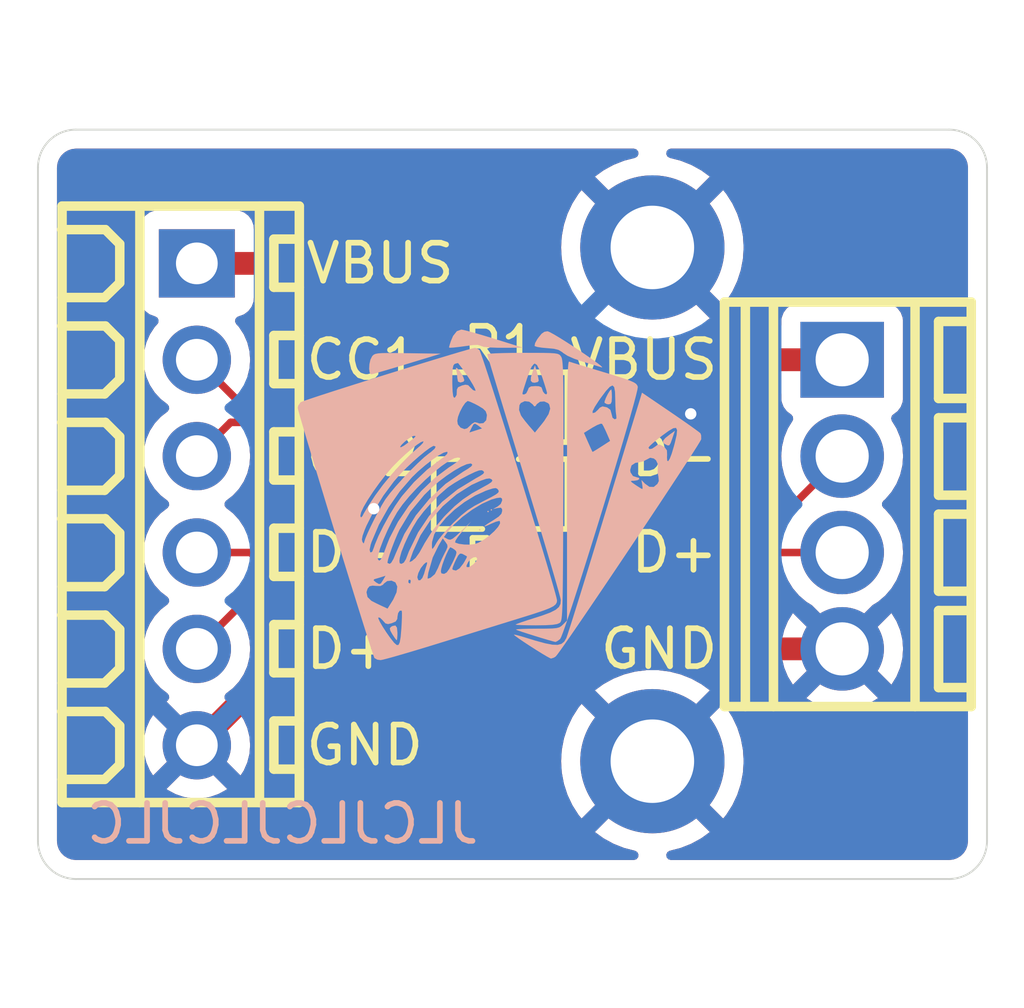
<source format=kicad_pcb>
(kicad_pcb (version 20240108) (generator "pcbnew") (generator_version "8.0")
  (layers (0 "F.Cu" signal) (31 "B.Cu" signal) (34 "B.Paste" user) (35 "F.Paste" user) (36 "B.SilkS" user "B.Silkscreen") (37 "F.SilkS" user "F.Silkscreen") (38 "B.Mask" user) (39 "F.Mask" user) (44 "Edge.Cuts" user))
  (net 0 "")
  (net 1 "USB_DATA-")
  (net 2 "GND")
  (net 3 "+5V")
  (net 4 "USB_DATA+")
  (net 5 "Net-(R1-Pad2)")
  (net 6 "Net-(R2-Pad2)")
  (footprint "easyeda:CONN-TH_6P-P2.54_MX128-2.54-6P" (layer "F.Cu") (at 125.739737 54.884437 -90)
    (property "Reference" "U1" (hide yes))
    (property "Value" "MX128-2.54-GN01-06P-CU-Y-A")
    (fp_line (start -7.24 3.56) (end -7.24 2.41) (stroke (width 0.25)) (layer "F.SilkS"))
    (fp_line (start -4.7 3.56) (end -4.7 2.41) (stroke (width 0.25)) (layer "F.SilkS"))
    (fp_line (start -2.16 3.56) (end -2.16 2.41) (stroke (width 0.25)) (layer "F.SilkS"))
    (fp_line (start 0.38 3.56) (end 0.38 2.41) (stroke (width 0.25)) (layer "F.SilkS"))
    (fp_line (start 2.92 3.56) (end 2.92 2.41) (stroke (width 0.25)) (layer "F.SilkS"))
    (fp_line (start 5.46 3.56) (end 5.46 2.41) (stroke (width 0.25)) (layer "F.SilkS"))
    (fp_line (start -7.86 3.55) (end 7.86 3.55) (stroke (width 0.25)) (layer "F.SilkS"))
    (fp_line (start -5.45 2.43) (end -5.45 3.55) (stroke (width 0.25)) (layer "F.SilkS"))
    (fp_line (start -2.91 2.43) (end -2.91 3.55) (stroke (width 0.25)) (layer "F.SilkS"))
    (fp_line (start -0.37 2.43) (end -0.37 3.55) (stroke (width 0.25)) (layer "F.SilkS"))
    (fp_line (start 2.17 2.43) (end 2.17 3.55) (stroke (width 0.25)) (layer "F.SilkS"))
    (fp_line (start 4.71 2.43) (end 4.71 3.55) (stroke (width 0.25)) (layer "F.SilkS"))
    (fp_line (start 7.25 2.43) (end 7.25 3.55) (stroke (width 0.25)) (layer "F.SilkS"))
    (fp_line (start -7.24 2.41) (end -6.86 2.03) (stroke (width 0.25)) (layer "F.SilkS"))
    (fp_line (start -4.7 2.41) (end -4.32 2.03) (stroke (width 0.25)) (layer "F.SilkS"))
    (fp_line (start -2.16 2.41) (end -1.78 2.03) (stroke (width 0.25)) (layer "F.SilkS"))
    (fp_line (start 0.38 2.41) (end 0.76 2.03) (stroke (width 0.25)) (layer "F.SilkS"))
    (fp_line (start 2.92 2.41) (end 3.3 2.03) (stroke (width 0.25)) (layer "F.SilkS"))
    (fp_line (start 5.46 2.41) (end 5.84 2.03) (stroke (width 0.25)) (layer "F.SilkS"))
    (fp_line (start -6.86 2.03) (end -5.84 2.03) (stroke (width 0.25)) (layer "F.SilkS"))
    (fp_line (start -5.84 2.03) (end -5.45 2.43) (stroke (width 0.25)) (layer "F.SilkS"))
    (fp_line (start -4.32 2.03) (end -3.3 2.03) (stroke (width 0.25)) (layer "F.SilkS"))
    (fp_line (start -3.3 2.03) (end -2.91 2.43) (stroke (width 0.25)) (layer "F.SilkS"))
    (fp_line (start -1.78 2.03) (end -0.76 2.03) (stroke (width 0.25)) (layer "F.SilkS"))
    (fp_line (start -0.76 2.03) (end -0.37 2.43) (stroke (width 0.25)) (layer "F.SilkS"))
    (fp_line (start 0.76 2.03) (end 1.78 2.03) (stroke (width 0.25)) (layer "F.SilkS"))
    (fp_line (start 1.78 2.03) (end 2.17 2.43) (stroke (width 0.25)) (layer "F.SilkS"))
    (fp_line (start 3.3 2.03) (end 4.32 2.03) (stroke (width 0.25)) (layer "F.SilkS"))
    (fp_line (start 4.32 2.03) (end 4.71 2.43) (stroke (width 0.25)) (layer "F.SilkS"))
    (fp_line (start 5.84 2.03) (end 6.86 2.03) (stroke (width 0.25)) (layer "F.SilkS"))
    (fp_line (start 6.86 2.03) (end 7.25 2.43) (stroke (width 0.25)) (layer "F.SilkS"))
    (fp_line (start -7.86 1.5) (end 7.86 1.5) (stroke (width 0.25)) (layer "F.SilkS"))
    (fp_line (start -7.86 -1.65) (end 7.86 -1.65) (stroke (width 0.25)) (layer "F.SilkS"))
    (fp_line (start -6.99 -2.03) (end -5.72 -2.03) (stroke (width 0.25)) (layer "F.SilkS"))
    (fp_line (start -5.72 -2.03) (end -5.72 -2.7) (stroke (width 0.25)) (layer "F.SilkS"))
    (fp_line (start -4.45 -2.03) (end -3.18 -2.03) (stroke (width 0.25)) (layer "F.SilkS"))
    (fp_line (start -3.18 -2.03) (end -3.18 -2.7) (stroke (width 0.25)) (layer "F.SilkS"))
    (fp_line (start -1.91 -2.03) (end -0.64 -2.03) (stroke (width 0.25)) (layer "F.SilkS"))
    (fp_line (start -0.64 -2.03) (end -0.64 -2.7) (stroke (width 0.25)) (layer "F.SilkS"))
    (fp_line (start 0.63 -2.03) (end 1.9 -2.03) (stroke (width 0.25)) (layer "F.SilkS"))
    (fp_line (start 1.9 -2.03) (end 1.9 -2.7) (stroke (width 0.25)) (layer "F.SilkS"))
    (fp_line (start 3.17 -2.03) (end 4.44 -2.03) (stroke (width 0.25)) (layer "F.SilkS"))
    (fp_line (start 4.44 -2.03) (end 4.44 -2.7) (stroke (width 0.25)) (layer "F.SilkS"))
    (fp_line (start 5.71 -2.03) (end 6.98 -2.03) (stroke (width 0.25)) (layer "F.SilkS"))
    (fp_line (start 6.98 -2.03) (end 6.98 -2.7) (stroke (width 0.25)) (layer "F.SilkS"))
    (fp_line (start -7.86 -2.7) (end -7.86 3.55) (stroke (width 0.25)) (layer "F.SilkS"))
    (fp_line (start -7.86 -2.7) (end 7.86 -2.7) (stroke (width 0.25)) (layer "F.SilkS"))
    (fp_line (start -6.99 -2.7) (end -6.99 -2.03) (stroke (width 0.25)) (layer "F.SilkS"))
    (fp_line (start -4.45 -2.7) (end -4.45 -2.03) (stroke (width 0.25)) (layer "F.SilkS"))
    (fp_line (start -1.91 -2.7) (end -1.91 -2.03) (stroke (width 0.25)) (layer "F.SilkS"))
    (fp_line (start 0.63 -2.7) (end 0.63 -2.03) (stroke (width 0.25)) (layer "F.SilkS"))
    (fp_line (start 3.17 -2.7) (end 3.17 -2.03) (stroke (width 0.25)) (layer "F.SilkS"))
    (fp_line (start 5.71 -2.7) (end 5.71 -2.03) (stroke (width 0.25)) (layer "F.SilkS"))
    (fp_line (start 7.86 -2.7) (end 7.86 3.55) (stroke (width 0.25)) (layer "F.SilkS"))
    (pad "1" thru_hole rect (at -6.35 0 270) (size 1.8 2) (drill 1.100023) (layers "*.Cu" "*.Mask") (net 3 "+5V"))
    (pad "2" thru_hole circle (at -3.81 0 270) (size 1.8 1.8) (drill 1.100023) (layers "*.Cu" "*.Mask") (net 5 "Net-(R1-Pad2)"))
    (pad "3" thru_hole circle (at -1.27 0 270) (size 1.8 1.8) (drill 1.100023) (layers "*.Cu" "*.Mask") (net 6 "Net-(R2-Pad2)"))
    (pad "4" thru_hole circle (at 1.27 0 270) (size 1.8 1.8) (drill 1.100023) (layers "*.Cu" "*.Mask") (net 1 "USB_DATA-"))
    (pad "5" thru_hole circle (at 3.81 0 270) (size 1.8 1.8) (drill 1.100023) (layers "*.Cu" "*.Mask") (net 4 "USB_DATA+"))
    (pad "6" thru_hole circle (at 6.35 0 270) (size 1.8 1.8) (drill 1.100023) (layers "*.Cu" "*.Mask") (net 2 "GND"))
  )
  (footprint "easyeda:R0805" (layer "F.Cu") (at 133.739737 52.324437 180)
    (property "Reference" "R1" (at 0 1.6 0) (layer "F.SilkS"))
    (property "Value" "5.1K")
    (fp_line (start 1.76 0.92) (end 1.76 -0.92) (stroke (width 0.15)) (layer "F.SilkS"))
    (fp_line (start 1.76 -0.92) (end 0.48 -0.92) (stroke (width 0.15)) (layer "F.SilkS"))
    (fp_line (start 0.48 0.92) (end 1.76 0.92) (stroke (width 0.15)) (layer "F.SilkS"))
    (fp_line (start -0.48 0.92) (end -1.76 0.92) (stroke (width 0.15)) (layer "F.SilkS"))
    (fp_line (start -1.76 0.92) (end -1.76 -0.92) (stroke (width 0.15)) (layer "F.SilkS"))
    (fp_line (start -1.76 -0.92) (end -0.48 -0.92) (stroke (width 0.15)) (layer "F.SilkS"))
    (pad "1" smd rect (at -1 0 180) (size 1.13 1.38) (layers "F.Cu" "F.Paste" "F.Mask") (net 2 "GND"))
    (pad "2" smd rect (at 1 0 180) (size 1.13 1.38) (layers "F.Cu" "F.Paste" "F.Mask") (net 5 "Net-(R1-Pad2)"))
  )
  (footprint "MountingHole:MountingHole_2.2mm_M2_DIN965_Pad" (layer "F.Cu") (at 137.739737 48.114437)
    (property "Reference" "H1" (hide yes))
    (property "Value" "MountingHole_Pad")
    (pad "1" thru_hole circle (at 0 0) (size 3.8 3.8) (drill 2.2) (layers "*.Cu" "*.Mask") (net 2 "GND"))
  )
  (footprint "easyeda:CONN-TH_XY308-2.54-4P" (layer "F.Cu") (at 142.739737 54.884437 -90)
    (property "Reference" "CN1" (hide yes))
    (property "Value" "XY308-2.54-4P")
    (fp_line (start 5.33 3.1) (end -5.33 3.1) (stroke (width 0.25)) (layer "F.SilkS"))
    (fp_line (start 5.33 2.55) (end -5.33 2.55) (stroke (width 0.25)) (layer "F.SilkS"))
    (fp_line (start 5.33 1.81) (end -5.33 1.81) (stroke (width 0.25)) (layer "F.SilkS"))
    (fp_line (start 5.33 -1.92) (end -5.33 -1.92) (stroke (width 0.25)) (layer "F.SilkS"))
    (fp_line (start -4.82 -2.54) (end -2.79 -2.54) (stroke (width 0.25)) (layer "F.SilkS"))
    (fp_line (start -2.79 -2.54) (end -2.79 -3.4) (stroke (width 0.25)) (layer "F.SilkS"))
    (fp_line (start -2.28 -2.54) (end -0.24 -2.54) (stroke (width 0.25)) (layer "F.SilkS"))
    (fp_line (start -0.24 -2.54) (end -0.24 -3.4) (stroke (width 0.25)) (layer "F.SilkS"))
    (fp_line (start 0.26 -2.54) (end 2.29 -2.54) (stroke (width 0.25)) (layer "F.SilkS"))
    (fp_line (start 2.29 -2.54) (end 2.29 -3.4) (stroke (width 0.25)) (layer "F.SilkS"))
    (fp_line (start 2.8 -2.54) (end 4.83 -2.54) (stroke (width 0.25)) (layer "F.SilkS"))
    (fp_line (start 4.83 -2.54) (end 4.83 -3.4) (stroke (width 0.25)) (layer "F.SilkS"))
    (fp_line (start -5.33 -3.4) (end -5.33 3.1) (stroke (width 0.25)) (layer "F.SilkS"))
    (fp_line (start -4.82 -3.4) (end -4.82 -2.54) (stroke (width 0.25)) (layer "F.SilkS"))
    (fp_line (start -2.28 -3.4) (end -2.28 -2.54) (stroke (width 0.25)) (layer "F.SilkS"))
    (fp_line (start 0.26 -3.4) (end 0.26 -2.54) (stroke (width 0.25)) (layer "F.SilkS"))
    (fp_line (start 2.8 -3.4) (end 2.8 -2.54) (stroke (width 0.25)) (layer "F.SilkS"))
    (fp_line (start 5.33 -3.4) (end 5.33 3.1) (stroke (width 0.25)) (layer "F.SilkS"))
    (fp_line (start 5.33 -3.4) (end -5.33 -3.4) (stroke (width 0.25)) (layer "F.SilkS"))
    (pad "1" thru_hole rect (at -3.81 0 270) (size 2 2.2) (drill 1.399997) (layers "*.Cu" "*.Mask") (net 3 "+5V"))
    (pad "2" thru_hole circle (at -1.27 0 270) (size 2.2 2.2) (drill 1.399997) (layers "*.Cu" "*.Mask") (net 1 "USB_DATA-"))
    (pad "3" thru_hole circle (at 1.27 0 270) (size 2.2 2.2) (drill 1.399997) (layers "*.Cu" "*.Mask") (net 4 "USB_DATA+"))
    (pad "4" thru_hole circle (at 3.81 0 270) (size 2.2 2.2) (drill 1.399997) (layers "*.Cu" "*.Mask") (net 2 "GND"))
  )
  (footprint "easyeda:R0805" (layer "F.Cu") (at 133.739737 54.614437 180)
    (property "Reference" "R2" (at 0 -1.7 0) (layer "F.SilkS"))
    (property "Value" "5.1K")
    (fp_line (start 1.76 0.92) (end 1.76 -0.92) (stroke (width 0.15)) (layer "F.SilkS"))
    (fp_line (start 1.76 -0.92) (end 0.48 -0.92) (stroke (width 0.15)) (layer "F.SilkS"))
    (fp_line (start 0.48 0.92) (end 1.76 0.92) (stroke (width 0.15)) (layer "F.SilkS"))
    (fp_line (start -0.48 0.92) (end -1.76 0.92) (stroke (width 0.15)) (layer "F.SilkS"))
    (fp_line (start -1.76 0.92) (end -1.76 -0.92) (stroke (width 0.15)) (layer "F.SilkS"))
    (fp_line (start -1.76 -0.92) (end -0.48 -0.92) (stroke (width 0.15)) (layer "F.SilkS"))
    (pad "1" smd rect (at -1 0 180) (size 1.13 1.38) (layers "F.Cu" "F.Paste" "F.Mask") (net 2 "GND"))
    (pad "2" smd rect (at 1 0 180) (size 1.13 1.38) (layers "F.Cu" "F.Paste" "F.Mask") (net 6 "Net-(R2-Pad2)"))
  )
  (footprint "MountingHole:MountingHole_2.2mm_M2_DIN965_Pad" (layer "F.Cu") (at 137.739737 61.654437)
    (property "Reference" "H2" (hide yes))
    (property "Value" "MountingHole_Pad")
    (pad "1" thru_hole circle (at 0 0) (size 3.8 3.8) (drill 2.2) (layers "*.Cu" "*.Mask") (net 2 "GND"))
  )
  (footprint "LOGO" (layer "B.Cu") (at 133.739737 54.614437 180)
    (property "Reference" "G***" (hide yes))
    (property "Value" "LOGO" (hide yes))
    (fp_poly (pts (xy 0.56931 -0.941551) (xy 0.547414 -0.963448) (xy 0.525517 -0.941551) (xy 0.547414 -0.919655)) (fill solid) (layer "B.SilkS"))
    (fp_poly (pts (xy 0.350345 -0.459827) (xy 0.328448 -0.481724) (xy 0.306552 -0.459827) (xy 0.328448 -0.437931)) (fill solid) (layer "B.SilkS"))
    (fp_poly (pts (xy 0.262759 -0.416034) (xy 0.240862 -0.437931) (xy 0.218966 -0.416034) (xy 0.240862 -0.394138)) (fill solid) (layer "B.SilkS"))
    (fp_poly (pts (xy -0.851253 3.24069) (xy -0.801502 3.081941) (xy -0.796666 2.986683) (xy -0.838691 2.942085) (xy -0.897759 2.934138) (xy -0.979895 2.952831) (xy -1.006997 2.98888) (xy -0.995537 3.063508) (xy -0.967304 3.181823) (xy -0.957159 3.218793) (xy -0.907566 3.393966)) (fill solid) (layer "B.SilkS"))
    (fp_poly (pts (xy -4.471787 1.580034) (xy -4.339355 1.476566) (xy -4.279799 1.40258) (xy -4.287767 1.348159) (xy -4.329811 1.316847) (xy -4.402155 1.281771) (xy -4.446366 1.285535) (xy -4.481385 1.34276) (xy -4.52615 1.468064) (xy -4.526301 1.468507) (xy -4.59394 1.667015)) (fill solid) (layer "B.SilkS"))
    (fp_poly (pts (xy 2.846088 -3.477081) (xy 2.885721 -3.499664) (xy 2.916992 -3.537596) (xy 2.902963 -3.600603) (xy 2.849305 -3.696062) (xy 2.785457 -3.79306) (xy 2.741308 -3.848652) (xy 2.733497 -3.853793) (xy 2.722564 -3.814614) (xy 2.71601 -3.715498) (xy 2.715172 -3.656724) (xy 2.727419 -3.520587) (xy 2.768757 -3.462824)) (fill solid) (layer "B.SilkS"))
    (fp_poly (pts (xy 1.172544 3.279888) (xy 1.165203 3.259005) (xy 1.145394 3.164584) (xy 1.138621 3.061936) (xy 1.120212 2.965066) (xy 1.057355 2.939639) (xy 0.975062 2.96292) (xy 0.952986 3.001369) (xy 0.982147 3.0876) (xy 1.018855 3.156194) (xy 1.085782 3.257527) (xy 1.142339 3.317984) (xy 1.175576 3.32847)) (fill solid) (layer "B.SilkS"))
    (fp_poly (pts (xy -2.878313 2.723272) (xy -2.825673 2.637615) (xy -2.774769 2.534136) (xy -2.741722 2.444974) (xy -2.739147 2.405259) (xy -2.798976 2.371345) (xy -2.849136 2.364828) (xy -2.902411 2.378586) (xy -2.927579 2.43452) (xy -2.934129 2.554624) (xy -2.934138 2.561897) (xy -2.930645 2.679474) (xy -2.921807 2.749962) (xy -2.916567 2.758966)) (fill solid) (layer "B.SilkS"))
    (fp_poly (pts (xy 3.115455 3.715325) (xy 3.223568 3.708072) (xy 3.293709 3.694983) (xy 3.338278 3.674989) (xy 3.369676 3.647018) (xy 3.383017 3.631291) (xy 3.427485 3.541951) (xy 3.453925 3.42218) (xy 3.461061 3.299633) (xy 3.447618 3.201969) (xy 3.412321 3.156841) (xy 3.404914 3.156321) (xy 3.348269 3.16956) (xy 3.221088 3.204734) (xy 3.036549 3.25802) (xy 2.807831 3.325597) (xy 2.54811 3.403642) (xy 2.461181 3.430028) (xy 1.572189 3.700517) (xy 2.439284 3.712781) (xy 2.735713 3.716609) (xy 2.95697 3.717814)) (fill solid) (layer "B.SilkS"))
    (fp_poly (pts (xy 1.150457 4.293061) (xy 1.249992 4.168594) (xy 1.307592 4.033379) (xy 1.340719 3.929451) (xy 1.357184 3.867432) (xy 1.357586 3.863583) (xy 1.328822 3.856386) (xy 1.23778 3.861485) (xy 1.077334 3.879602) (xy 0.84036 3.911457) (xy 0.729738 3.927175) (xy 0.601489 3.931386) (xy 0.517931 3.90686) (xy 0.512962 3.902548) (xy 0.444826 3.879917) (xy 0.298119 3.864342) (xy 0.081627 3.856535) (xy -0.0635 3.85581) (xy -0.591207 3.857826) (xy 0.175172 4.096439) (xy 0.425599 4.172909) (xy 0.65205 4.239247) (xy 0.839335 4.291225) (xy 0.972264 4.324616) (xy 1.033299 4.335285)) (fill solid) (layer "B.SilkS"))
    (fp_poly (pts (xy -1.155653 4.277392) (xy -1.082178 4.226397) (xy -0.995515 4.120606) (xy -0.966902 4.080333) (xy -0.911052 3.980325) (xy -0.897341 3.910091) (xy -0.903322 3.898805) (xy -0.963875 3.878158) (xy -1.085316 3.858845) (xy -1.236395 3.845411) (xy -1.413174 3.828448) (xy -1.532114 3.79715) (xy -1.62281 3.742369) (xy -1.65243 3.716806) (xy -1.765125 3.644137) (xy -1.945471 3.564689) (xy -2.174816 3.486608) (xy -2.189655 3.482166) (xy -2.374303 3.427107) (xy -2.531532 3.379857) (xy -2.639522 3.346992) (xy -2.671379 3.336987) (xy -2.678129 3.347066) (xy -2.625417 3.395998) (xy -2.561897 3.445288) (xy -2.376919 3.578647) (xy -2.170157 3.721512) (xy -1.955241 3.865173) (xy -1.745802 4.000918) (xy -1.55547 4.120037) (xy -1.397875 4.213819) (xy -1.286648 4.273555) (xy -1.238446 4.291054)) (fill solid) (layer "B.SilkS"))
    (fp_poly (pts (xy -1.796061 3.480058) (xy -1.786977 3.43217) (xy -1.779137 3.343686) (xy -1.772462 3.209796) (xy -1.766875 3.025689) (xy -1.762299 2.786555) (xy -1.758657 2.487582) (xy -1.75587 2.12396) (xy -1.753863 1.690878) (xy -1.752556 1.183526) (xy -1.751873 0.597092) (xy -1.751724 0.090281) (xy -1.751724 -3.332257) (xy -1.644232 -3.439749) (xy -1.596314 -3.48345) (xy -1.544393 -3.513359) (xy -1.471821 -3.532084) (xy -1.361949 -3.542234) (xy -1.198127 -3.546417) (xy -0.963707 -3.547241) (xy -0.95814 -3.547241) (xy -0.7472 -3.548988) (xy -0.574479 -3.553776) (xy -0.455197 -3.56092) (xy -0.404573 -3.56974) (xy -0.404363 -3.572064) (xy -0.451832 -3.59213) (xy -0.56321 -3.630561) (xy -0.718354 -3.681102) (xy -0.897117 -3.737498) (xy -1.079356 -3.793493) (xy -1.244925 -3.842833) (xy -1.373681 -3.879263) (xy -1.445476 -3.896528) (xy -1.451269 -3.897131) (xy -1.502009 -3.872118) (xy -1.56991 -3.820948) (xy -1.598324 -3.766331) (xy -1.649024 -3.635577) (xy -1.719581 -3.436576) (xy -1.807566 -3.177218) (xy -1.910552 -2.865392) (xy -2.026109 -2.508989) (xy -2.151809 -2.115899) (xy -2.285224 -1.694012) (xy -2.423925 -1.251217) (xy -2.565484 -0.795405) (xy -2.707473 -0.334465) (xy -2.847463 0.123711) (xy -2.983025 0.571235) (xy -3.111732 1.000217) (xy -3.230609 1.400928) (xy -2.88562 1.400928) (xy -2.658068 1.253887) (xy -2.538473 1.177993) (xy -2.453508 1.1267) (xy -2.423619 1.111785) (xy -2.403833 1.151043) (xy -2.35918 1.248362) (xy -2.307349 1.364575) (xy -2.197977 1.612426) (xy -2.419298 1.750007) (xy -2.541755 1.817669) (xy -2.634833 1.853565) (xy -2.672763 1.852501) (xy -2.707581 1.794594) (xy -2.761116 1.685322) (xy -2.795263 1.609171) (xy -2.88562 1.400928) (xy -3.230609 1.400928) (xy -3.231154 1.402765) (xy -3.338864 1.770991) (xy -3.402068 1.991208) (xy -3.053181 1.991208) (xy -3.00771 1.97069) (xy -2.950713 2.011348) (xy -2.925964 2.109645) (xy -2.895172 2.219739) (xy -2.813579 2.280254) (xy -2.783933 2.291093) (xy -2.686485 2.311087) (xy -2.61719 2.278453) (xy -2.564719 2.219578) (xy -2.490703 2.150745) (xy -2.430922 2.134345) (xy -2.426327 2.136665) (xy -2.427393 2.186473) (xy -2.482528 2.2964) (xy -2.588469 2.460352) (xy -2.635492 2.527333) (xy -2.776265 2.715545) (xy -2.879177 2.827306) (xy -2.949734 2.862263) (xy -2.99344 2.820061) (xy -3.015801 2.700347) (xy -3.022322 2.502767) (xy -3.022322 2.50247) (xy -3.026002 2.326317) (xy -3.035144 2.173779) (xy -3.047854 2.075232) (xy -3.049326 2.069224) (xy -3.053181 1.991208) (xy -3.402068 1.991208) (xy -3.432433 2.097004) (xy -3.509432 2.372915) (xy -3.567433 2.590833) (xy -3.604008 2.742869) (xy -3.616728 2.821132) (xy -3.616166 2.827359) (xy -3.601348 2.867538) (xy -3.572072 2.903852) (xy -3.518373 2.940371) (xy -3.430286 2.981164) (xy -3.297845 3.030303) (xy -3.111086 3.091856) (xy -2.860043 3.169894) (xy -2.54 3.266906) (xy -2.30683 3.337434) (xy -2.101254 3.400079) (xy -1.938774 3.450083) (xy -1.834888 3.482686) (xy -1.806465 3.492162)) (fill solid) (layer "B.SilkS"))
    (fp_poly (pts (xy -3.59541 2.245309) (xy -3.5596 2.128306) (xy -3.50086 1.935975) (xy -3.421769 1.676777) (xy -3.324907 1.359174) (xy -3.212853 0.991626) (xy -3.088186 0.582595) (xy -2.953486 0.140542) (xy -2.811332 -0.326072) (xy -2.664305 -0.808787) (xy -2.63054 -0.919655) (xy -2.485458 -1.39496) (xy -2.346415 -1.848364) (xy -2.215731 -2.272438) (xy -2.095728 -2.659752) (xy -1.988723 -3.002876) (xy -1.897038 -3.29438) (xy -1.822992 -3.526834) (xy -1.768905 -3.692809) (xy -1.737097 -3.784875) (xy -1.731825 -3.797902) (xy -1.677461 -3.888701) (xy -1.605486 -3.947579) (xy -1.504748 -3.97448) (xy -1.364095 -3.969345) (xy -1.172378 -3.932116) (xy -0.918443 -3.862736) (xy -0.689741 -3.7925) (xy -0.533479 -3.745365) (xy -0.415216 -3.713833) (xy -0.354457 -3.702954) (xy -0.350345 -3.704643) (xy -0.384995 -3.737669) (xy -0.477687 -3.805193) (xy -0.611538 -3.896359) (xy -0.769661 -4.00031) (xy -0.935172 -4.106189) (xy -1.091185 -4.203139) (xy -1.220816 -4.280303) (xy -1.307179 -4.326824) (xy -1.331498 -4.335517) (xy -1.408031 -4.310208) (xy -1.453382 -4.280776) (xy -1.494507 -4.23131) (xy -1.578816 -4.116152) (xy -1.701723 -3.942155) (xy -1.858641 -3.716168) (xy -2.044984 -3.445041) (xy -2.256166 -3.135626) (xy -2.4876 -2.794773) (xy -2.7347 -2.429334) (xy -2.99288 -2.046157) (xy -3.257553 -1.652095) (xy -3.524133 -1.253998) (xy -3.788034 -0.858716) (xy -4.044668 -0.473101) (xy -4.289451 -0.104002) (xy -4.517795 0.241729) (xy -4.585014 0.344028) (xy -4.169804 0.344028) (xy -4.132861 0.268072) (xy -4.036014 0.188189) (xy -3.922439 0.191531) (xy -3.806182 0.273707) (xy -3.711366 0.372242) (xy -3.732714 0.251811) (xy -3.7425 0.16502) (xy -3.735914 0.13138) (xy -3.692037 0.153748) (xy -3.602556 0.210164) (xy -3.556649 0.240862) (xy -3.460337 0.308219) (xy -3.431396 0.340063) (xy -3.464473 0.349695) (xy -3.512594 0.350345) (xy -3.609285 0.365143) (xy -3.656724 0.394138) (xy -3.644579 0.429741) (xy -3.602378 0.437931) (xy -3.488633 0.475758) (xy -3.423737 0.574981) (xy -3.415862 0.635) (xy -3.451757 0.755818) (xy -3.553279 0.822723) (xy -3.632638 0.833462) (xy -3.755182 0.860044) (xy -3.829318 0.899152) (xy -3.942175 0.957507) (xy -4.038976 0.937148) (xy -4.095568 0.89059) (xy -4.148612 0.780605) (xy -4.14358 0.693503) (xy -4.138637 0.56236) (xy -4.158332 0.465122) (xy -4.169804 0.344028) (xy -4.585014 0.344028) (xy -4.725114 0.557242) (xy -4.906822 0.835686) (xy -5.058332 1.070211) (xy -5.175058 1.253966) (xy -5.252414 1.380099) (xy -5.285813 1.441761) (xy -5.286769 1.445173) (xy -5.2856 1.546951) (xy -5.267376 1.601171) (xy -5.222259 1.638878) (xy -5.159556 1.685187) (xy -4.651157 1.685187) (xy -4.638187 1.553505) (xy -4.589763 1.344817) (xy -4.567121 1.25914) (xy -4.508767 1.06319) (xy -4.457752 0.931226) (xy -4.417691 0.867805) (xy -4.392201 0.877488) (xy -4.384897 0.964833) (xy -4.388798 1.034295) (xy -4.3836 1.150797) (xy -4.330268 1.225845) (xy -4.282996 1.258569) (xy -4.19577 1.304943) (xy -4.138662 1.300727) (xy -4.082478 1.2569) (xy -3.992541 1.196697) (xy -3.923106 1.185983) (xy -3.897586 1.224239) (xy -3.930368 1.266911) (xy -4.018653 1.348113) (xy -4.147347 1.454533) (xy -4.243644 1.529495) (xy -4.424918 1.662017) (xy -4.549766 1.73506) (xy -4.623431 1.744244) (xy -4.651157 1.685187) (xy -5.159556 1.685187) (xy -5.115835 1.717477) (xy -4.959435 1.82892) (xy -4.76439 1.96516) (xy -4.542029 2.118147) (xy -4.480007 2.160445) (xy -3.726738 2.673204)) (fill solid) (layer "B.SilkS"))
    (fp_poly (pts (xy -0.313832 3.720867) (xy -0.069581 3.716538) (xy 0.129906 3.709897) (xy 0.271978 3.701413) (xy 0.343984 3.691557) (xy 0.350345 3.687499) (xy 0.337816 3.641008) (xy 0.301555 3.517347) (xy 0.243547 3.323073) (xy 0.165781 3.064741) (xy 0.070242 2.748907) (xy -0.041082 2.382127) (xy -0.166204 1.970957) (xy -0.303138 1.521951) (xy -0.449896 1.041667) (xy -0.604492 0.536659) (xy -0.615249 0.501551) (xy -0.770936 -0.008095) (xy -0.919019 -0.495949) (xy -1.057478 -0.955159) (xy -1.184291 -1.378873) (xy -1.297435 -1.76024) (xy -1.394889 -2.092406) (xy -1.47463 -2.368521) (xy -1.534636 -2.581732) (xy -1.572887 -2.725187) (xy -1.587358 -2.792034) (xy -1.587406 -2.792834) (xy -1.579457 -2.893497) (xy -1.537991 -2.976847) (xy -1.451943 -3.050522) (xy -1.310249 -3.122163) (xy -1.101844 -3.199407) (xy -0.908707 -3.261409) (xy -0.712097 -3.323768) (xy -0.550149 -3.377961) (xy -0.43889 -3.41842) (xy -0.394344 -3.439576) (xy -0.394138 -3.440192) (xy -0.435144 -3.447618) (xy -0.547024 -3.453738) (xy -0.713065 -3.457948) (xy -0.916558 -3.459646) (xy -0.933182 -3.459655) (xy -1.189946 -3.456345) (xy -1.371535 -3.445605) (xy -1.490138 -3.426222) (xy -1.557233 -3.397506) (xy -1.572835 -3.383904) (xy -1.586432 -3.363579) (xy -1.598186 -3.330711) (xy -1.608259 -3.279482) (xy -1.616811 -3.204073) (xy -1.624004 -3.098666) (xy -1.629999 -2.957442) (xy -1.634959 -2.774582) (xy -1.639043 -2.544268) (xy -1.642414 -2.260682) (xy -1.645233 -1.918004) (xy -1.647662 -1.510417) (xy -1.649861 -1.032101) (xy -1.651993 -0.477239) (xy -1.65398 0.090526) (xy -1.656007 0.726092) (xy -1.657376 1.279814) (xy -1.657998 1.757432) (xy -1.657782 2.164688) (xy -1.657494 2.250843) (xy -1.308701 2.250843) (xy -1.265297 2.108019) (xy -1.150621 1.926515) (xy -1.088503 1.84695) (xy -0.905139 1.621539) (xy -0.748173 1.802875) (xy -0.648532 1.923499) (xy -0.567049 2.031714) (xy -0.538017 2.075985) (xy -0.488681 2.215972) (xy -0.498806 2.342611) (xy -0.534276 2.399862) (xy -0.63689 2.448396) (xy -0.754672 2.434535) (xy -0.842696 2.367627) (xy -0.890742 2.308684) (xy -0.925372 2.32296) (xy -0.956726 2.370337) (xy -1.040632 2.433425) (xy -1.15261 2.441232) (xy -1.25375 2.394913) (xy -1.28298 2.360658) (xy -1.308701 2.250843) (xy -1.657494 2.250843) (xy -1.656638 2.507322) (xy -1.655483 2.658763) (xy -1.226207 2.658763) (xy -1.20589 2.626117) (xy -1.161647 2.647268) (xy -1.118536 2.703404) (xy -1.10273 2.751448) (xy -1.078157 2.814601) (xy -1.012464 2.841801) (xy -0.917444 2.846552) (xy -0.80184 2.837941) (xy -0.74399 2.80145) (xy -0.718673 2.737069) (xy -0.677265 2.654892) (xy -0.630252 2.627586) (xy -0.599113 2.626109) (xy -0.581314 2.631745) (xy -0.579305 2.659602) (xy -0.595534 2.724785) (xy -0.63245 2.8424) (xy -0.692502 3.027553) (xy -0.697696 3.043621) (xy -0.774319 3.261409) (xy -0.839535 3.393628) (xy -0.899016 3.440612) (xy -0.958435 3.402697) (xy -1.023462 3.280217) (xy -1.099771 3.073507) (xy -1.101794 3.067498) (xy -1.157334 2.898134) (xy -1.200092 2.759999) (xy -1.223613 2.674291) (xy -1.226207 2.658763) (xy -1.655483 2.658763) (xy -1.654473 2.791075) (xy -1.651198 3.021687) (xy -1.646723 3.204899) (xy -1.640955 3.346451) (xy -1.633806 3.452084) (xy -1.625183 3.527539) (xy -1.614997 3.578557) (xy -1.603156 3.610877) (xy -1.598229 3.619411) (xy -1.574132 3.653313) (xy -1.544493 3.678817) (xy -1.497615 3.697118) (xy -1.421803 3.709411) (xy -1.30536 3.716892) (xy -1.13659 3.720757) (xy -0.903795 3.722199) (xy -0.59528 3.722414) (xy -0.590197 3.722414)) (fill solid) (layer "B.SilkS"))
    (fp_poly (pts (xy 0.734134 3.841001) (xy 0.867963 3.804592) (xy 1.065618 3.747517) (xy 1.317649 3.672725) (xy 1.614607 3.583168) (xy 1.947044 3.481796) (xy 2.305512 3.371559) (xy 2.680561 3.255409) (xy 3.062743 3.136295) (xy 3.442609 3.017168) (xy 3.810712 2.900979) (xy 4.1576 2.790678) (xy 4.473828 2.689216) (xy 4.749945 2.599544) (xy 4.976503 2.524611) (xy 5.144053 2.467368) (xy 5.243147 2.430766) (xy 5.266121 2.419682) (xy 5.327394 2.334629) (xy 5.342759 2.275613) (xy 5.330175 2.219465) (xy 5.294025 2.087904) (xy 5.236711 1.888765) (xy 5.160635 1.629889) (xy 5.0682 1.319113) (xy 4.961806 0.964276) (xy 4.843857 0.573216) (xy 4.716754 0.153771) (xy 4.5829 -0.28622) (xy 4.444697 -0.738919) (xy 4.304546 -1.196488) (xy 4.16485 -1.651088) (xy 4.028011 -2.094881) (xy 3.896431 -2.520028) (xy 3.772512 -2.918691) (xy 3.658657 -3.283033) (xy 3.557266 -3.605213) (xy 3.470743 -3.877395) (xy 3.40149 -4.09174) (xy 3.351908 -4.240409) (xy 3.3244 -4.315564) (xy 3.320643 -4.322817) (xy 3.244132 -4.364715) (xy 3.15869 -4.376045) (xy 3.090653 -4.362584) (xy 2.949629 -4.325828) (xy 2.746157 -4.268828) (xy 2.490778 -4.194636) (xy 2.194033 -4.106306) (xy 1.866463 -4.006888) (xy 1.598448 -3.924264) (xy 1.215415 -3.805405) (xy 0.821083 -3.683073) (xy 0.432977 -3.562701) (xy 0.068621 -3.449724) (xy -0.25446 -3.349575) (xy -0.518742 -3.26769) (xy -0.607587 -3.240176) (xy -0.904469 -3.146655) (xy -0.966972 -3.125599) (xy 2.596594 -3.125599) (xy 2.597316 -3.24273) (xy 2.603889 -3.408362) (xy 2.611617 -3.540597) (xy 2.630311 -3.763243) (xy 2.654264 -3.90561) (xy 2.687425 -3.974996) (xy 2.733742 -3.978699) (xy 2.797165 -3.924018) (xy 2.810706 -3.908534) (xy 2.90811 -3.784956) (xy 3.009138 -3.641905) (xy 3.102118 -3.498111) (xy 3.175378 -3.372301) (xy 3.217247 -3.283205) (xy 3.220436 -3.251077) (xy 3.17473 -3.259611) (xy 3.107883 -3.323323) (xy 3.099748 -3.333754) (xy 3.031813 -3.408771) (xy 2.963131 -3.426526) (xy 2.863982 -3.403044) (xy 2.760587 -3.358197) (xy 2.719828 -3.292931) (xy 2.715172 -3.235926) (xy 2.697469 -3.137853) (xy 2.655832 -3.075018) (xy 2.607474 -3.071712) (xy 2.602121 -3.076385) (xy 2.596594 -3.125599) (xy -0.966972 -3.125599) (xy -1.12725 -3.071604) (xy -1.286195 -3.009944) (xy -1.391565 -2.956599) (xy -1.453622 -2.90649) (xy -1.482629 -2.85454) (xy -1.488966 -2.804074) (xy -1.476265 -2.739609) (xy -1.439777 -2.600703) (xy -1.393842 -2.437512) (xy 2.71966 -2.437512) (xy 2.739313 -2.589677) (xy 2.82518 -2.777067) (xy 2.846404 -2.812004) (xy 2.975972 -3.018319) (xy 3.141176 -2.942173) (xy 3.272653 -2.87926) (xy 3.385716 -2.821442) (xy 3.401948 -2.812543) (xy 3.503773 -2.713747) (xy 3.530558 -2.585902) (xy 3.501557 -2.492674) (xy 3.450956 -2.430481) (xy 3.371533 -2.41286) (xy 3.287485 -2.420181) (xy 3.165835 -2.424556) (xy 3.095245 -2.38961) (xy 3.072465 -2.359678) (xy 2.986148 -2.293296) (xy 2.870901 -2.281337) (xy 2.769548 -2.328001) (xy 2.767724 -2.329793) (xy 2.71966 -2.437512) (xy -1.393842 -2.437512) (xy -1.381923 -2.395167) (xy -1.353274 -2.296553) (xy 2.364828 -2.296553) (xy 2.37926 -2.359827) (xy 2.41718 -2.340859) (xy 2.428647 -2.32406) (xy 2.423155 -2.267815) (xy 2.409335 -2.255786) (xy 2.371251 -2.265301) (xy 2.364828 -2.296553) (xy -1.353274 -2.296553) (xy -1.305123 -2.130811) (xy -1.211797 -1.815446) (xy -1.179584 -1.707931) (xy 0.613103 -1.707931) (xy 0.646604 -1.77911) (xy 0.724449 -1.858722) (xy 0.812649 -1.916013) (xy 0.85509 -1.926896) (xy 0.895683 -1.917934) (xy 0.89232 -1.87586) (xy 0.853966 -1.795517) (xy 0.790534 -1.716351) (xy 0.712124 -1.668289) (xy 0.644458 -1.660686) (xy 0.613257 -1.702895) (xy 0.613103 -1.707931) (xy -1.179584 -1.707931) (xy -1.16044 -1.644036) (xy 0.883649 -1.644036) (xy 0.896532 -1.684237) (xy 0.945086 -1.773488) (xy 0.982733 -1.835173) (xy 1.07943 -1.957898) (xy 1.167518 -2.012795) (xy 1.182963 -2.014483) (xy 1.253834 -1.996528) (xy 1.27 -1.971861) (xy 1.25212 -1.910257) (xy 1.206613 -1.801222) (xy 1.174894 -1.733483) (xy 1.114142 -1.618612) (xy 1.067874 -1.569722) (xy 1.017261 -1.57179) (xy 0.988773 -1.584967) (xy 0.912282 -1.626374) (xy 0.883649 -1.644036) (xy -1.16044 -1.644036) (xy -1.13067 -1.544675) (xy 1.160186 -1.544675) (xy 1.178779 -1.616036) (xy 1.231313 -1.735806) (xy 1.268413 -1.814089) (xy 1.352068 -1.974902) (xy 1.419056 -2.065933) (xy 1.480028 -2.10062) (xy 1.496677 -2.102069) (xy 1.557987 -2.089368) (xy 1.571202 -2.034375) (xy 1.561118 -1.970157) (xy 1.530238 -1.85792) (xy 1.481297 -1.72133) (xy 1.424674 -1.584748) (xy 1.37075 -1.472536) (xy 1.329906 -1.409056) (xy 1.319349 -1.402772) (xy 1.266503 -1.427501) (xy 1.211435 -1.465137) (xy 1.172188 -1.501212) (xy 1.160186 -1.544675) (xy -1.13067 -1.544675) (xy -1.104366 -1.456882) (xy -1.085597 -1.394806) (xy 1.396894 -1.394806) (xy 1.430935 -1.479427) (xy 1.468146 -1.549553) (xy 1.545492 -1.706572) (xy 1.62223 -1.884379) (xy 1.644524 -1.942051) (xy 1.730109 -2.109757) (xy 1.841108 -2.204559) (xy 1.917933 -2.230672) (xy 1.919187 -2.194539) (xy 1.906262 -2.101269) (xy 1.900595 -2.069224) (xy 1.824035 -1.805081) (xy 1.93116 -1.805081) (xy 1.941682 -1.858468) (xy 1.968012 -1.939249) (xy 2.003656 -2.062404) (xy 2.013745 -2.09933) (xy 2.06024 -2.211735) (xy 2.115646 -2.271525) (xy 2.163881 -2.271196) (xy 2.188864 -2.203241) (xy 2.189655 -2.181417) (xy 2.182749 -2.153333) (xy 3.030086 -2.153333) (xy 3.100553 -2.276116) (xy 3.153898 -2.357265) (xy 3.20152 -2.371273) (xy 3.277525 -2.329115) (xy 3.34276 -2.273801) (xy 3.327685 -2.24426) (xy 3.323308 -2.242956) (xy 3.236888 -2.217814) (xy 3.146336 -2.189957) (xy 3.030086 -2.153333) (xy 2.182749 -2.153333) (xy 2.165545 -2.083373) (xy 2.106055 -1.963896) (xy 2.091121 -1.940854) (xy 2.017144 -1.84746) (xy 1.959194 -1.79965) (xy 1.93116 -1.805081) (xy 1.824035 -1.805081) (xy 1.785485 -1.672077) (xy 1.635084 -1.363319) (xy 1.521272 -1.169113) (xy 1.445779 -1.269195) (xy 1.402704 -1.33553) (xy 1.396894 -1.394806) (xy -1.085597 -1.394806) (xy -0.98525 -1.062931) (xy -0.85687 -0.641404) (xy -0.721647 -0.20011) (xy -0.711846 -0.168299) (xy -0.043793 -0.168299) (xy -0.005006 -0.26007) (xy 0.076638 -0.327189) (xy 0.197069 -0.394417) (xy 0.076638 -0.367633) (xy -0.009858 -0.358288) (xy -0.040808 -0.39639) (xy -0.043793 -0.444848) (xy -0.023135 -0.518507) (xy 0.048582 -0.593956) (xy 0.185972 -0.686245) (xy 0.197069 -0.692913) (xy 0.34345 -0.784038) (xy 0.419065 -0.838937) (xy 0.422746 -0.855348) (xy 0.353321 -0.831009) (xy 0.241823 -0.779447) (xy 0.123915 -0.729861) (xy 0.039783 -0.708636) (xy 0.017394 -0.71249) (xy 0.011657 -0.773584) (xy 0.065463 -0.866456) (xy 0.163622 -0.977204) (xy 0.290947 -1.091925) (xy 0.432249 -1.196719) (xy 0.57234 -1.277682) (xy 0.677956 -1.317102) (xy 0.804795 -1.332361) (xy 0.953936 -1.329653) (xy 1.091615 -1.31185) (xy 1.184071 -1.281823) (xy 1.195859 -1.27304) (xy 1.18556 -1.226858) (xy 1.126747 -1.134815) (xy 1.031178 -1.014601) (xy 1.001532 -0.980658) (xy 0.771863 -0.722586) (xy 1.037557 -0.978758) (xy 1.170586 -1.103619) (xy 1.259746 -1.174975) (xy 1.321877 -1.202455) (xy 1.373821 -1.195684) (xy 1.397473 -1.184504) (xy 1.491695 -1.134078) (xy 1.40385 -1.010711) (xy 1.228516 -0.805466) (xy 1.002781 -0.601111) (xy 0.748422 -0.412768) (xy 0.487216 -0.255557) (xy 0.240942 -0.144602) (xy 0.098535 -0.104321) (xy 0.001022 -0.092714) (xy -0.037904 -0.118029) (xy -0.043793 -0.168299) (xy -0.711846 -0.168299) (xy -0.63756 0.072809) (xy 0.045188 0.072809) (xy 0.064275 0.034804) (xy 0.128127 -0.014012) (xy 0.248048 -0.082148) (xy 0.435343 -0.17811) (xy 0.450523 -0.185716) (xy 0.683538 -0.309137) (xy 0.868371 -0.426911) (xy 1.038125 -0.563007) (xy 1.225904 -0.741398) (xy 1.246741 -0.762278) (xy 1.39897 -0.922201) (xy 1.535476 -1.078018) (xy 1.639044 -1.209379) (xy 1.685457 -1.280948) (xy 1.743614 -1.382001) (xy 1.786841 -1.439861) (xy 1.795685 -1.445172) (xy 1.806745 -1.406386) (xy 1.806232 -1.30878) (xy 1.802508 -1.259051) (xy 1.746432 -1.062365) (xy 1.620614 -0.847591) (xy 1.437675 -0.62644) (xy 1.210232 -0.410626) (xy 0.950906 -0.211862) (xy 0.672315 -0.04186) (xy 0.387078 0.087666) (xy 0.329851 0.107848) (xy 0.200647 0.148165) (xy 0.127453 0.158169) (xy 0.084131 0.137924) (xy 0.059562 0.108509) (xy 0.045188 0.072809) (xy -0.63756 0.072809) (xy -0.582 0.253139) (xy -0.550514 0.354809) (xy 0.214017 0.354809) (xy 0.241735 0.313964) (xy 0.327939 0.25581) (xy 0.468547 0.178456) (xy 0.755214 0.017412) (xy 0.991522 -0.14074) (xy 1.207853 -0.319216) (xy 1.434586 -0.541231) (xy 1.499106 -0.609077) (xy 1.784407 -0.949827) (xy 2.002718 -1.29836) (xy 2.020526 -1.332571) (xy 2.137428 -1.543541) (xy 2.238277 -1.683501) (xy 2.333329 -1.764985) (xy 2.396949 -1.792553) (xy 2.388396 -1.756516) (xy 2.356253 -1.658947) (xy 2.307329 -1.520458) (xy 2.303985 -1.511232) (xy 2.108079 -1.086534) (xy 1.842592 -0.684951) (xy 1.52088 -0.320438) (xy 1.156301 -0.006954) (xy 0.762211 0.241542) (xy 0.520778 0.352213) (xy 0.37881 0.401653) (xy 0.2908 0.412624) (xy 0.233731 0.38822) (xy 0.214017 0.354809) (xy -0.550514 0.354809) (xy -0.482551 0.574265) (xy 0.431477 0.574265) (xy 0.455527 0.534307) (xy 0.538795 0.477903) (xy 0.649746 0.416496) (xy 1.131821 0.123268) (xy 1.540308 -0.205613) (xy 1.883993 -0.580321) (xy 2.17166 -1.011028) (xy 2.412097 -1.507908) (xy 2.493889 -1.718879) (xy 2.547508 -1.805517) (xy 2.60948 -1.83931) (xy 2.654323 -1.823875) (xy 2.664091 -1.762898) (xy 2.652013 -1.675086) (xy 2.608631 -1.521544) (xy 2.529403 -1.320303) (xy 2.426289 -1.097055) (xy 2.311247 -0.877489) (xy 2.196235 -0.687299) (xy 2.183299 -0.668101) (xy 2.023986 -0.459521) (xy 1.824635 -0.234245) (xy 1.611547 -0.019837) (xy 1.411027 0.156136) (xy 1.358074 0.196711) (xy 1.218178 0.28962) (xy 1.036664 0.397129) (xy 0.851339 0.496913) (xy 0.840236 0.502512) (xy 0.673437 0.582381) (xy 0.564596 0.622841) (xy 0.496107 0.628768) (xy 0.455115 0.609192) (xy 0.431477 0.574265) (xy -0.482551 0.574265) (xy -0.440351 0.710533) (xy -0.421601 0.770771) (xy 0.743118 0.770771) (xy 0.771378 0.729152) (xy 0.860313 0.665196) (xy 0.984618 0.58998) (xy 1.445999 0.271044) (xy 1.864637 -0.11685) (xy 2.230358 -0.561354) (xy 2.532992 -1.050121) (xy 2.760511 -1.565603) (xy 2.820049 -1.708626) (xy 2.877405 -1.806535) (xy 2.918109 -1.83931) (xy 2.972573 -1.817829) (xy 2.977931 -1.80275) (xy 2.96169 -1.720686) (xy 2.918603 -1.581484) (xy 2.857129 -1.408161) (xy 2.785724 -1.223736) (xy 2.712846 -1.051228) (xy 2.662048 -0.942995) (xy 2.374816 -0.464742) (xy 2.011433 -0.026085) (xy 1.819278 0.162236) (xy 1.625295 0.328836) (xy 1.421682 0.482973) (xy 1.222404 0.616202) (xy 1.041427 0.720075) (xy 0.892715 0.786147) (xy 0.790235 0.805971) (xy 0.765821 0.799347) (xy 0.743118 0.770771) (xy -0.421601 0.770771) (xy -0.375185 0.919891) (xy 1.065827 0.919891) (xy 1.131713 0.857827) (xy 1.26828 0.762138) (xy 1.35916 0.703472) (xy 1.731127 0.4259) (xy 2.089544 0.080894) (xy 2.418295 -0.311432) (xy 2.701265 -0.730964) (xy 2.922337 -1.15759) (xy 2.993796 -1.33666) (xy 3.064528 -1.528517) (xy 3.114867 -1.651525) (xy 3.15196 -1.719981) (xy 3.182954 -1.74818) (xy 3.201287 -1.751724) (xy 3.232505 -1.713904) (xy 3.224995 -1.618509) (xy 3.173789 -1.437262) (xy 3.087089 -1.207608) (xy 2.976172 -0.95519) (xy 2.852319 -0.705651) (xy 2.726807 -0.484636) (xy 2.725004 -0.481724) (xy 2.583611 -0.279153) (xy 2.405313 -0.062338) (xy 2.20185 0.158099) (xy 1.984957 0.371535) (xy 1.766373 0.56735) (xy 1.557836 0.73492) (xy 1.371082 0.863625) (xy 1.21785 0.942842) (xy 1.128038 0.963449) (xy 1.066106 0.953405) (xy 1.065827 0.919891) (xy -0.375185 0.919891) (xy -0.31696 1.10695) (xy 1.395984 1.10695) (xy 1.405431 1.060052) (xy 1.487279 0.981553) (xy 1.585962 0.910181) (xy 1.935867 0.641463) (xy 2.279451 0.314491) (xy 2.589007 -0.044052) (xy 2.6227 -0.08813) (xy 2.777508 -0.311384) (xy 2.93674 -0.571557) (xy 3.087295 -0.844412) (xy 3.216071 -1.105711) (xy 3.309967 -1.331216) (xy 3.334572 -1.405126) (xy 3.378229 -1.515995) (xy 3.418752 -1.543075) (xy 3.431895 -1.534243) (xy 3.448438 -1.465595) (xy 3.420089 -1.332345) (xy 3.395884 -1.259131) (xy 3.202847 -0.805554) (xy 2.949232 -0.353054) (xy 2.65156 0.073265) (xy 2.326354 0.448302) (xy 2.177749 0.591553) (xy 1.980483 0.761397) (xy 1.793546 0.906519) (xy 1.628977 1.018984) (xy 1.498815 1.090855) (xy 1.415098 1.114194) (xy 1.395984 1.10695) (xy -0.31696 1.10695) (xy -0.299121 1.164261) (xy -0.272203 1.25028) (xy 1.709221 1.25028) (xy 1.73539 1.19507) (xy 1.831203 1.110298) (xy 1.880553 1.074699) (xy 2.011012 0.970022) (xy 2.179841 0.814147) (xy 2.370715 0.624283) (xy 2.567308 0.417637) (xy 2.753292 0.211421) (xy 2.912344 0.022842) (xy 3.028135 -0.130891) (xy 3.037325 -0.144625) (xy 3.122491 -0.28436) (xy 3.220699 -0.46155) (xy 3.322922 -0.65781) (xy 3.420133 -0.854753) (xy 3.503304 -1.033993) (xy 3.563408 -1.177145) (xy 3.591416 -1.265822) (xy 3.592366 -1.275067) (xy 3.605788 -1.301956) (xy 3.638174 -1.25934) (xy 3.651926 -1.197395) (xy 3.633623 -1.098832) (xy 3.57933 -0.947951) (xy 3.531856 -0.835022) (xy 3.33476 -0.442209) (xy 3.085469 -0.040703) (xy 2.807364 0.333923) (xy 2.628427 0.539545) (xy 2.477552 0.692843) (xy 2.310692 0.849492) (xy 2.142384 0.997316) (xy 1.987164 1.124138) (xy 1.859567 1.21778) (xy 1.77413 1.266065) (xy 1.756463 1.27) (xy 1.709221 1.25028) (xy -0.272203 1.25028) (xy -0.229273 1.387468) (xy 2.029766 1.387468) (xy 2.044228 1.347282) (xy 2.111444 1.276758) (xy 2.151311 1.243044) (xy 2.371226 1.048718) (xy 2.61598 0.801696) (xy 2.865496 0.524473) (xy 3.099694 0.239543) (xy 3.298496 -0.0306) (xy 3.32997 -0.077429) (xy 3.445567 -0.25524) (xy 3.541041 -0.407393) (xy 3.607128 -0.518739) (xy 3.634566 -0.574127) (xy 3.634828 -0.576063) (xy 3.668034 -0.612353) (xy 3.676343 -0.613103) (xy 3.693571 -0.577164) (xy 3.672139 -0.481992) (xy 3.670772 -0.478033) (xy 3.605396 -0.337616) (xy 3.495141 -0.150267) (xy 3.353051 0.06525) (xy 3.192168 0.290167) (xy 3.025535 0.505719) (xy 2.866196 0.693141) (xy 2.828052 0.734438) (xy 2.668594 0.895753) (xy 2.502784 1.050457) (xy 2.343622 1.187918) (xy 2.204109 1.297501) (xy 2.097243 1.368572) (xy 2.036024 1.390496) (xy 2.029766 1.387468) (xy -0.229273 1.387468) (xy -0.188316 1.518352) (xy 2.239562 1.518352) (xy 2.276568 1.481423) (xy 2.36708 1.407859) (xy 2.425591 1.361382) (xy 2.549059 1.272159) (xy 2.625038 1.233382) (xy 2.646217 1.243537) (xy 2.605286 1.301108) (xy 2.521755 1.381306) (xy 2.411832 1.467885) (xy 2.31941 1.522703) (xy 2.284543 1.532759) (xy 2.245681 1.531259) (xy 2.239562 1.518352) (xy -0.188316 1.518352) (xy -0.160728 1.606512) (xy -0.121913 1.729828) (xy 0.488341 1.729828) (xy 0.649257 1.678452) (xy 0.753819 1.64485) (xy 0.813344 1.625302) (xy 0.817764 1.623711) (xy 0.805847 1.655551) (xy 0.766676 1.737909) (xy 0.759951 1.751452) (xy 0.71172 1.837635) (xy 0.669639 1.855076) (xy 0.602077 1.814048) (xy 0.591444 1.806193) (xy 0.488341 1.729828) (xy -0.121913 1.729828) (xy -0.027595 2.029475) (xy -0.014076 2.072134) (xy 0.358735 2.072134) (xy 0.377902 1.946522) (xy 0.450243 1.870699) (xy 0.555777 1.860135) (xy 0.60706 1.87987) (xy 0.679708 1.896001) (xy 0.75509 1.850508) (xy 0.789867 1.815721) (xy 0.878924 1.733307) (xy 0.951059 1.71305) (xy 1.041375 1.746646) (xy 1.053914 1.753265) (xy 1.124226 1.838544) (xy 1.138621 1.931588) (xy 1.118723 2.03809) (xy 1.06818 2.168865) (xy 1.000718 2.298236) (xy 0.930061 2.400528) (xy 0.869936 2.450064) (xy 0.860753 2.451391) (xy 0.796755 2.431078) (xy 0.685006 2.379785) (xy 0.591207 2.33096) (xy 0.460583 2.251794) (xy 0.391027 2.182367) (xy 0.362218 2.100054) (xy 0.358735 2.072134) (xy -0.014076 2.072134) (xy 0.097859 2.42534) (xy 0.193548 2.724762) (xy 0.657576 2.724762) (xy 0.660739 2.721191) (xy 0.722221 2.739671) (xy 0.789757 2.804722) (xy 0.853192 2.87072) (xy 0.925201 2.883215) (xy 1.013272 2.862512) (xy 1.118707 2.815389) (xy 1.15174 2.750943) (xy 1.150944 2.734336) (xy 1.156269 2.61391) (xy 1.198407 2.546993) (xy 1.224832 2.54) (xy 1.246759 2.582091) (xy 1.261952 2.70193) (xy 1.269405 2.889868) (xy 1.27 2.973246) (xy 1.267752 3.177434) (xy 1.259334 3.310204) (xy 1.242232 3.387649) (xy 1.213935 3.425859) (xy 1.198042 3.434104) (xy 1.131999 3.451905) (xy 1.116209 3.449738) (xy 1.014483 3.318234) (xy 0.908697 3.168327) (xy 0.809482 3.017022) (xy 0.72747 2.881323) (xy 0.673291 2.778235) (xy 0.657576 2.724762) (xy 0.193548 2.724762) (xy 0.213213 2.786297) (xy 0.316046 3.104533) (xy 0.403938 3.372239) (xy 0.474468 3.581604) (xy 0.525217 3.724817) (xy 0.553762 3.794068) (xy 0.557323 3.799052) (xy 0.636622 3.844364) (xy 0.673577 3.853793)) (fill solid) (layer "B.SilkS"))
  )
  (gr_line (start 122.554737 64.759437) (end 145.554737 64.759437) (stroke (width 0.05)) (layer "Edge.Cuts"))
  (gr_line (start 121.554737 46.009437) (end 121.554737 63.759437) (stroke (width 0.05)) (layer "Edge.Cuts"))
  (gr_arc (start 146.554737 63.759437) (mid 146.261844 64.466544) (end 145.554737 64.759437) (stroke (width 0.05)) (layer "Edge.Cuts"))
  (gr_line (start 145.554737 45.009437) (end 122.554737 45.009437) (stroke (width 0.05)) (layer "Edge.Cuts"))
  (gr_arc (start 145.554737 45.009437) (mid 146.261844 45.30233) (end 146.554737 46.009437) (stroke (width 0.05)) (layer "Edge.Cuts"))
  (gr_arc (start 122.554737 64.759437) (mid 121.84763 64.466544) (end 121.554737 63.759437) (stroke (width 0.05)) (layer "Edge.Cuts"))
  (gr_line (start 146.554737 46.009437) (end 146.554737 63.759437) (stroke (width 0.05)) (layer "Edge.Cuts"))
  (gr_arc (start 121.554737 46.009437) (mid 121.84763 45.30233) (end 122.554737 45.009437) (stroke (width 0.05)) (layer "Edge.Cuts"))
  (gr_text "JLCJLCJLCJLC" (at 128 63.3 -0) (layer "B.SilkS") (effects (font (size 1 1)) (justify mirror)))
  (gr_text "D+" (at 128.539737 58.694437 0) (layer "F.SilkS") (effects (font (size 1 1)) (justify left)))
  (gr_text "GND" (at 128.539737 61.234437 0) (layer "F.SilkS") (effects (font (size 1 1)) (justify left)))
  (gr_text "D-" (at 128.539737 56.154437 0) (layer "F.SilkS") (effects (font (size 1 1)) (justify left)))
  (gr_text "CC1" (at 128.539737 51.074437 0) (layer "F.SilkS") (effects (font (size 1 1)) (justify left)))
  (gr_text "D-" (at 139.539737 53.614437 0) (layer "F.SilkS") (effects (font (size 1 1)) (justify right)))
  (gr_text "VBUS" (at 139.539737 51.074437 0) (layer "F.SilkS") (effects (font (size 1 1)) (justify right)))
  (gr_text "GND" (at 139.539737 58.694437 0) (layer "F.SilkS") (effects (font (size 1 1)) (justify right)))
  (gr_text "CC2" (at 128.539737 53.614437 0) (layer "F.SilkS") (effects (font (size 1 1)) (justify left)))
  (gr_text "D+" (at 139.539737 56.154437 0) (layer "F.SilkS") (effects (font (size 1 1)) (justify right)))
  (gr_text "VBUS" (at 128.539737 48.534437 0) (layer "F.SilkS") (effects (font (size 1 1)) (justify left)))
  (segment (start 127.154437 56.154437) (end 127.599999 56.599999) (width 0.2) (layer "F.Cu") (net 1))
  (segment (start 131.400001 56.599999) (end 132.245563 55.754437) (width 0.2) (layer "F.Cu") (net 1))
  (segment (start 140.599737 55.754437) (end 142.739737 53.614437) (width 0.2) (layer "F.Cu") (net 1))
  (segment (start 125.739737 56.154437) (end 127.154437 56.154437) (width 0.2) (layer "F.Cu") (net 1))
  (segment (start 127.599999 56.599999) (end 131.400001 56.599999) (width 0.2) (layer "F.Cu") (net 1))
  (segment (start 132.245563 55.754437) (end 140.599737 55.754437) (width 0.2) (layer "F.Cu") (net 1))
  (segment (start 125.739737 61.234437) (end 128.279737 58.694437) (width 0.6) (layer "F.Cu") (net 2))
  (segment (start 128.279737 58.694437) (end 142.739737 58.694437) (width 0.6) (layer "F.Cu") (net 2))
  (via (at 138.75 52.5) (size 0.6) (drill 0.3) (layers "F.Cu" "B.Cu") (net 2))
  (via (at 130.4 55) (size 0.6) (drill 0.3) (layers "F.Cu" "B.Cu") (net 2))
  (segment (start 136.324437 51.074437) (end 142.739737 51.074437) (width 0.6) (layer "F.Cu") (net 3))
  (segment (start 133.784437 48.534437) (end 136.324437 51.074437) (width 0.6) (layer "F.Cu") (net 3))
  (segment (start 125.739737 48.534437) (end 133.784437 48.534437) (width 0.6) (layer "F.Cu") (net 3))
  (segment (start 125.739737 58.694437) (end 127.434244 56.99993) (width 0.2) (layer "F.Cu") (net 4))
  (segment (start 132.411249 56.154437) (end 142.739737 56.154437) (width 0.2) (layer "F.Cu") (net 4))
  (segment (start 131.565756 56.99993) (end 132.411249 56.154437) (width 0.2) (layer "F.Cu") (net 4))
  (segment (start 127.434244 56.99993) (end 131.565756 56.99993) (width 0.2) (layer "F.Cu") (net 4))
  (segment (start 125.739737 51.074437) (end 126.989737 52.324437) (width 0.2) (layer "F.Cu") (net 5))
  (segment (start 126.989737 52.324437) (end 132.739737 52.324437) (width 0.2) (layer "F.Cu") (net 5))
  (segment (start 130.849737 52.724437) (end 132.739737 54.614437) (width 0.2) (layer "F.Cu") (net 6))
  (segment (start 126.629737 52.724437) (end 130.849737 52.724437) (width 0.2) (layer "F.Cu") (net 6))
  (segment (start 125.739737 53.614437) (end 126.629737 52.724437) (width 0.2) (layer "F.Cu") (net 6))
  (zone (net 2) (net_name "GND") (layers "F&B.Cu") (connect_pads (clearance 0.5)) (min_thickness 0.25) (fill yes (thermal_gap 0.5) (thermal_bridge_width 0.5))
    (polygon (pts (xy 120.554737 43.759437) (xy 147.554737 43.759437) (xy 147.554737 66.759437) (xy 120.554737 66.759437)))
  )
)
</source>
